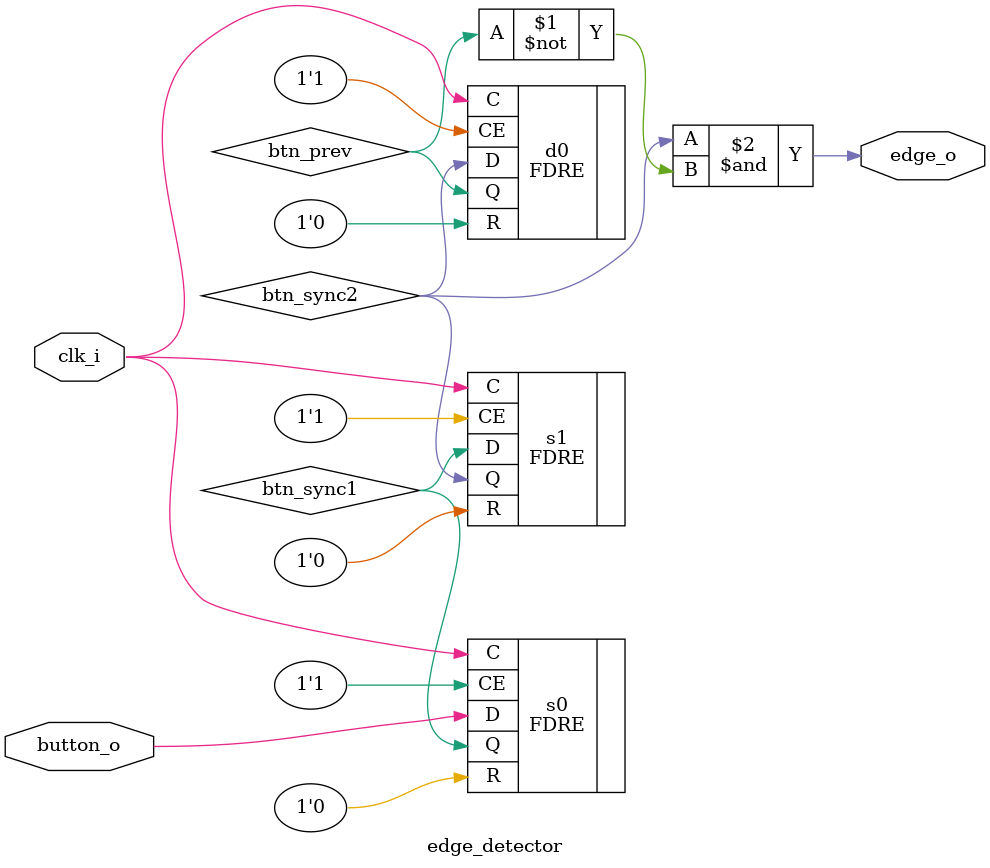
<source format=v>
`timescale 1ns / 1ps


module edge_detector(
input clk_i,
input button_o,
output edge_o
    );
wire btn_sync1, btn_sync2;
FDRE #(.INIT(1'b0)) s0 (.C(clk_i), .R(1'b0), .CE(1'b1), .D(button_o),  .Q(btn_sync1));
FDRE #(.INIT(1'b0)) s1 (.C(clk_i), .R(1'b0), .CE(1'b1), .D(btn_sync1), .Q(btn_sync2));

wire btn_prev;
FDRE #(.INIT(1'b0)) d0 (.C(clk_i), .R(1'b0), .CE(1'b1), .D(btn_sync2), .Q(btn_prev));

assign edge_o = btn_sync2 & ~btn_prev;
endmodule
</source>
